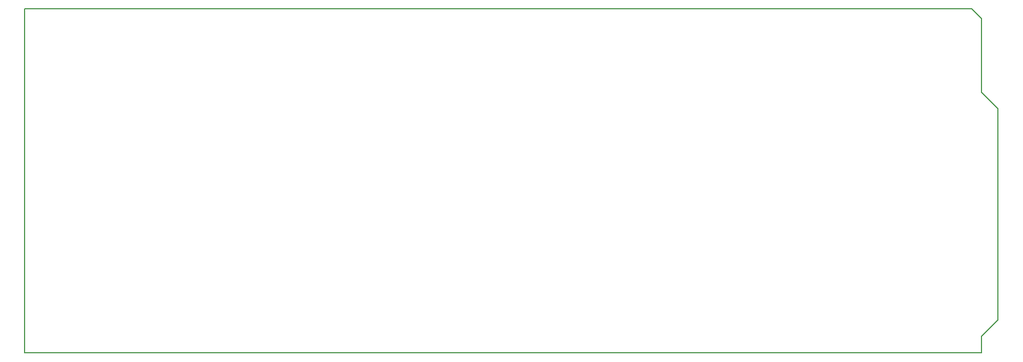
<source format=gm1>
G04 #@! TF.GenerationSoftware,KiCad,Pcbnew,(6.0.6)*
G04 #@! TF.CreationDate,2023-01-03T01:07:17+09:00*
G04 #@! TF.ProjectId,mt_reflowcnt,6d745f72-6566-46c6-9f77-636e742e6b69,rev?*
G04 #@! TF.SameCoordinates,Original*
G04 #@! TF.FileFunction,Profile,NP*
%FSLAX46Y46*%
G04 Gerber Fmt 4.6, Leading zero omitted, Abs format (unit mm)*
G04 Created by KiCad (PCBNEW (6.0.6)) date 2023-01-03 01:07:17*
%MOMM*%
%LPD*%
G01*
G04 APERTURE LIST*
G04 #@! TA.AperFunction,Profile*
%ADD10C,0.150000*%
G04 #@! TD*
G04 APERTURE END LIST*
D10*
X261874000Y-88519000D02*
X259334000Y-85979000D01*
X259334000Y-126365000D02*
X259334000Y-123825000D01*
X259334000Y-74549000D02*
X257810000Y-73025000D01*
X175514000Y-73025000D02*
X257810000Y-73025000D01*
X177038000Y-126365000D02*
X259334000Y-126365000D01*
X259334000Y-123825000D02*
X261874000Y-121285000D01*
X110998000Y-73025000D02*
X110998000Y-126365000D01*
X261874000Y-121285000D02*
X261874000Y-88519000D01*
X110998000Y-126365000D02*
X177038000Y-126365000D01*
X175514000Y-73025000D02*
X110998000Y-73025000D01*
X259334000Y-85979000D02*
X259334000Y-74549000D01*
M02*

</source>
